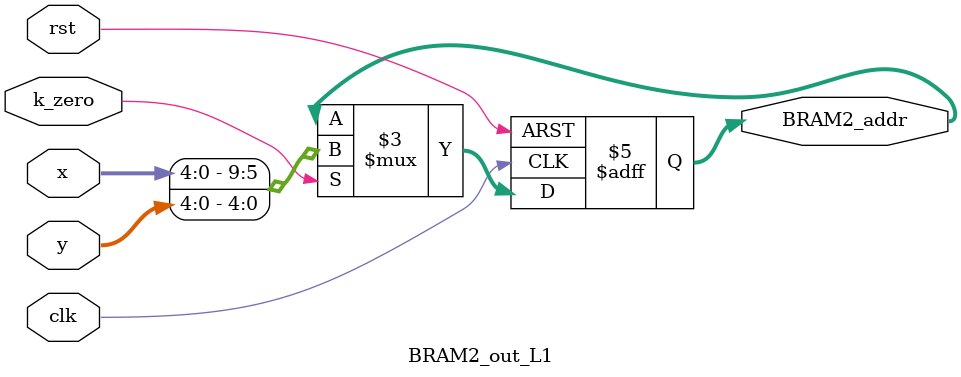
<source format=v>
module BRAM2_out_L1(BRAM2_addr,clk,rst,k_zero,x,y);
output reg [9:0] BRAM2_addr;
input clk,rst,k_zero;
input [4:0] x,y;
always @ (posedge clk or negedge rst)
	begin
		if (! rst ) 
			BRAM2_addr<=0;
		else if(k_zero)
			BRAM2_addr<={x,y};
	end

endmodule

</source>
